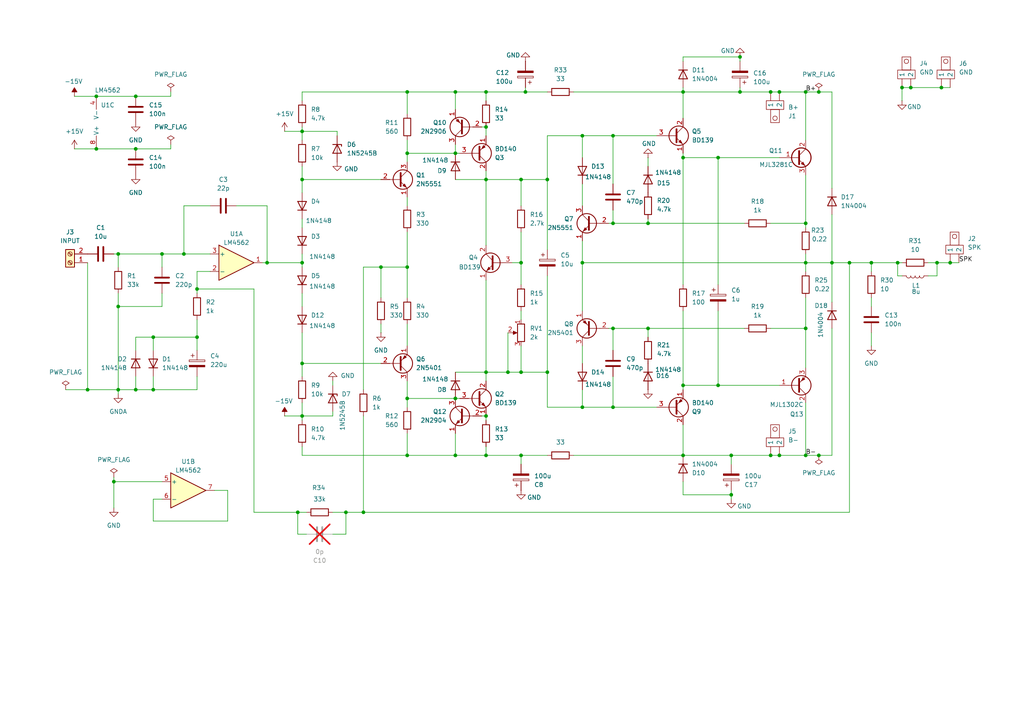
<source format=kicad_sch>
(kicad_sch (version 20250114) (generator "eeschema") (generator_version "9.0")
  (paper "A4")
  (junction (at 140.97 36.83))
  (junction (at 237.49 132.08))
  (junction (at 46.99 73.66))
  (junction (at 168.91 76.2))
  (junction (at 39.37 113.03))
  (junction (at 233.68 132.08))
  (junction (at 214.63 16.51))
  (junction (at 25.4 113.03))
  (junction (at 57.15 83.82))
  (junction (at 275.59 76.2))
  (junction (at 233.68 95.25))
  (junction (at 187.96 95.25))
  (junction (at 208.28 111.76))
  (junction (at 198.12 45.72))
  (junction (at 53.34 73.66))
  (junction (at 261.62 25.4))
  (junction (at 214.63 26.67))
  (junction (at 212.09 132.08))
  (junction (at 151.13 132.08))
  (junction (at 132.08 132.08))
  (junction (at 39.37 43.18))
  (junction (at 152.4 26.67))
  (junction (at 273.05 25.4))
  (junction (at 132.08 26.67))
  (junction (at 177.8 39.37))
  (junction (at 77.47 76.2))
  (junction (at 140.97 120.65))
  (junction (at 237.49 26.67))
  (junction (at 34.29 88.9))
  (junction (at 260.35 76.2))
  (junction (at 223.52 132.08))
  (junction (at 110.49 77.47))
  (junction (at 158.75 52.07))
  (junction (at 33.02 139.7))
  (junction (at 177.8 118.11))
  (junction (at 226.06 132.08))
  (junction (at 118.11 115.57))
  (junction (at 87.63 38.1))
  (junction (at 87.63 105.41))
  (junction (at 87.63 120.65))
  (junction (at 87.63 52.07))
  (junction (at 140.97 107.95))
  (junction (at 198.12 132.08))
  (junction (at 87.63 76.2))
  (junction (at 132.08 44.45))
  (junction (at 271.78 76.2))
  (junction (at 252.73 76.2))
  (junction (at 233.68 26.67))
  (junction (at 105.41 148.59))
  (junction (at 212.09 143.51))
  (junction (at 140.97 26.67))
  (junction (at 264.16 25.4))
  (junction (at 168.91 118.11))
  (junction (at 44.45 113.03))
  (junction (at 223.52 26.67))
  (junction (at 226.06 26.67))
  (junction (at 168.91 39.37))
  (junction (at 86.36 148.59))
  (junction (at 100.33 148.59))
  (junction (at 34.29 113.03))
  (junction (at 208.28 45.72))
  (junction (at 187.96 64.77))
  (junction (at 177.8 95.25))
  (junction (at 241.3 76.2))
  (junction (at 147.32 107.95))
  (junction (at 140.97 132.08))
  (junction (at 151.13 52.07))
  (junction (at 44.45 97.79))
  (junction (at 39.37 27.94))
  (junction (at 151.13 76.2))
  (junction (at 246.38 76.2))
  (junction (at 27.94 27.94))
  (junction (at 57.15 97.79))
  (junction (at 27.94 43.18))
  (junction (at 151.13 107.95))
  (junction (at 177.8 64.77))
  (junction (at 118.11 44.45))
  (junction (at 158.75 107.95))
  (junction (at 132.08 115.57))
  (junction (at 118.11 77.47))
  (junction (at 140.97 52.07))
  (junction (at 198.12 26.67))
  (junction (at 233.68 64.77))
  (junction (at 34.29 73.66))
  (junction (at 118.11 132.08))
  (junction (at 198.12 111.76))
  (junction (at 233.68 76.2))
  (junction (at 118.11 26.67))
  (wire (pts (xy 34.29 88.9) (xy 34.29 113.03)))
  (wire (pts (xy 118.11 57.15) (xy 118.11 59.69)))
  (wire (pts (xy 252.73 86.36) (xy 252.73 88.9)))
  (wire (pts (xy 73.66 83.82) (xy 73.66 148.59)))
  (wire (pts (xy 233.68 86.36) (xy 233.68 95.25)))
  (wire (pts (xy 187.96 95.25) (xy 187.96 97.79)))
  (wire (pts (xy 198.12 139.7) (xy 198.12 143.51)))
  (wire (pts (xy 177.8 95.25) (xy 187.96 95.25)))
  (wire (pts (xy 39.37 43.18) (xy 49.53 43.18)))
  (wire (pts (xy 158.75 107.95) (xy 158.75 118.11)))
  (wire (pts (xy 208.28 45.72) (xy 208.28 82.55)))
  (wire (pts (xy 87.63 26.67) (xy 118.11 26.67)))
  (wire (pts (xy 151.13 92.71) (xy 151.13 90.17)))
  (wire (pts (xy 198.12 90.17) (xy 198.12 111.76)))
  (wire (pts (xy 233.68 64.77) (xy 233.68 66.04)))
  (wire (pts (xy 132.08 107.95) (xy 140.97 107.95)))
  (wire (pts (xy 198.12 143.51) (xy 212.09 143.51)))
  (wire (pts (xy 118.11 44.45) (xy 118.11 46.99)))
  (wire (pts (xy 269.24 76.2) (xy 271.78 76.2)))
  (wire (pts (xy 252.73 76.2) (xy 260.35 76.2)))
  (wire (pts (xy 57.15 92.71) (xy 57.15 97.79)))
  (wire (pts (xy 96.52 154.94) (xy 100.33 154.94)))
  (wire (pts (xy 49.53 41.91) (xy 49.53 43.18)))
  (wire (pts (xy 176.53 64.77) (xy 177.8 64.77)))
  (wire (pts (xy 140.97 132.08) (xy 151.13 132.08)))
  (wire (pts (xy 87.63 26.67) (xy 87.63 29.21)))
  (wire (pts (xy 226.06 26.67) (xy 233.68 26.67)))
  (wire (pts (xy 212.09 143.51) (xy 212.09 142.24)))
  (wire (pts (xy 46.99 85.09) (xy 46.99 88.9)))
  (wire (pts (xy 140.97 26.67) (xy 140.97 29.21)))
  (wire (pts (xy 68.58 59.69) (xy 77.47 59.69)))
  (wire (pts (xy 233.68 50.8) (xy 233.68 64.77)))
  (wire (pts (xy 147.32 107.95) (xy 151.13 107.95)))
  (wire (pts (xy 187.96 45.72) (xy 187.96 48.26)))
  (wire (pts (xy 118.11 125.73) (xy 118.11 132.08)))
  (wire (pts (xy 88.9 154.94) (xy 86.36 154.94)))
  (wire (pts (xy 198.12 111.76) (xy 208.28 111.76)))
  (wire (pts (xy 198.12 16.51) (xy 198.12 17.78)))
  (wire (pts (xy 33.02 139.7) (xy 33.02 147.32)))
  (wire (pts (xy 176.53 95.25) (xy 177.8 95.25)))
  (wire (pts (xy 60.96 78.74) (xy 57.15 78.74)))
  (wire (pts (xy 177.8 95.25) (xy 177.8 101.6)))
  (wire (pts (xy 132.08 115.57) (xy 133.35 115.57)))
  (wire (pts (xy 87.63 52.07) (xy 110.49 52.07)))
  (wire (pts (xy 152.4 26.67) (xy 158.75 26.67)))
  (wire (pts (xy 105.41 77.47) (xy 110.49 77.47)))
  (wire (pts (xy 77.47 76.2) (xy 87.63 76.2)))
  (wire (pts (xy 33.02 139.7) (xy 46.99 139.7)))
  (wire (pts (xy 187.96 95.25) (xy 215.9 95.25)))
  (wire (pts (xy 140.97 107.95) (xy 147.32 107.95)))
  (wire (pts (xy 86.36 148.59) (xy 86.36 154.94)))
  (wire (pts (xy 168.91 100.33) (xy 168.91 105.41)))
  (wire (pts (xy 198.12 16.51) (xy 214.63 16.51)))
  (wire (pts (xy 57.15 83.82) (xy 57.15 85.09)))
  (wire (pts (xy 140.97 26.67) (xy 152.4 26.67)))
  (wire (pts (xy 177.8 60.96) (xy 177.8 64.77)))
  (wire (pts (xy 96.52 148.59) (xy 100.33 148.59)))
  (wire (pts (xy 87.63 36.83) (xy 87.63 38.1)))
  (wire (pts (xy 34.29 88.9) (xy 46.99 88.9)))
  (wire (pts (xy 62.23 142.24) (xy 66.04 142.24)))
  (wire (pts (xy 77.47 59.69) (xy 77.47 76.2)))
  (wire (pts (xy 87.63 63.5) (xy 87.63 66.04)))
  (wire (pts (xy 105.41 113.03) (xy 105.41 77.47)))
  (wire (pts (xy 158.75 80.01) (xy 158.75 107.95)))
  (wire (pts (xy 25.4 113.03) (xy 34.29 113.03)))
  (wire (pts (xy 168.91 39.37) (xy 168.91 45.72)))
  (wire (pts (xy 39.37 109.22) (xy 39.37 113.03)))
  (wire (pts (xy 212.09 134.62) (xy 212.09 132.08)))
  (wire (pts (xy 82.55 120.65) (xy 87.63 120.65)))
  (wire (pts (xy 87.63 105.41) (xy 87.63 109.22)))
  (wire (pts (xy 27.94 43.18) (xy 39.37 43.18)))
  (wire (pts (xy 57.15 97.79) (xy 57.15 101.6)))
  (wire (pts (xy 166.37 26.67) (xy 198.12 26.67)))
  (wire (pts (xy 44.45 151.13) (xy 44.45 144.78)))
  (wire (pts (xy 151.13 100.33) (xy 151.13 107.95)))
  (wire (pts (xy 187.96 63.5) (xy 187.96 64.77)))
  (wire (pts (xy 198.12 45.72) (xy 208.28 45.72)))
  (wire (pts (xy 223.52 64.77) (xy 233.68 64.77)))
  (wire (pts (xy 261.62 29.21) (xy 261.62 25.4)))
  (wire (pts (xy 246.38 148.59) (xy 246.38 76.2)))
  (wire (pts (xy 132.08 52.07) (xy 140.97 52.07)))
  (wire (pts (xy 198.12 123.19) (xy 198.12 132.08)))
  (wire (pts (xy 87.63 38.1) (xy 97.79 38.1)))
  (wire (pts (xy 151.13 52.07) (xy 158.75 52.07)))
  (wire (pts (xy 25.4 76.2) (xy 25.4 113.03)))
  (wire (pts (xy 73.66 148.59) (xy 86.36 148.59)))
  (wire (pts (xy 246.38 76.2) (xy 252.73 76.2)))
  (wire (pts (xy 241.3 26.67) (xy 241.3 54.61)))
  (wire (pts (xy 39.37 27.94) (xy 49.53 27.94)))
  (wire (pts (xy 177.8 118.11) (xy 190.5 118.11)))
  (wire (pts (xy 100.33 148.59) (xy 105.41 148.59)))
  (wire (pts (xy 87.63 116.84) (xy 87.63 120.65)))
  (wire (pts (xy 39.37 113.03) (xy 44.45 113.03)))
  (wire (pts (xy 241.3 95.25) (xy 241.3 132.08)))
  (wire (pts (xy 212.09 132.08) (xy 223.52 132.08)))
  (wire (pts (xy 264.16 25.4) (xy 273.05 25.4)))
  (wire (pts (xy 118.11 26.67) (xy 118.11 33.02)))
  (wire (pts (xy 53.34 59.69) (xy 53.34 73.66)))
  (wire (pts (xy 198.12 26.67) (xy 214.63 26.67)))
  (wire (pts (xy 60.96 73.66) (xy 53.34 73.66)))
  (wire (pts (xy 87.63 132.08) (xy 118.11 132.08)))
  (wire (pts (xy 100.33 148.59) (xy 100.33 154.94)))
  (wire (pts (xy 87.63 85.09) (xy 87.63 88.9)))
  (wire (pts (xy 118.11 115.57) (xy 118.11 118.11)))
  (wire (pts (xy 198.12 26.67) (xy 198.12 34.29)))
  (wire (pts (xy 34.29 73.66) (xy 46.99 73.66)))
  (wire (pts (xy 44.45 109.22) (xy 44.45 113.03)))
  (wire (pts (xy 46.99 73.66) (xy 46.99 77.47)))
  (wire (pts (xy 87.63 76.2) (xy 87.63 77.47)))
  (wire (pts (xy 44.45 113.03) (xy 57.15 113.03)))
  (wire (pts (xy 57.15 78.74) (xy 57.15 83.82)))
  (wire (pts (xy 233.68 26.67) (xy 237.49 26.67)))
  (wire (pts (xy 140.97 120.65) (xy 140.97 121.92)))
  (wire (pts (xy 233.68 76.2) (xy 233.68 78.74)))
  (wire (pts (xy 66.04 151.13) (xy 44.45 151.13)))
  (wire (pts (xy 241.3 76.2) (xy 246.38 76.2)))
  (wire (pts (xy 233.68 76.2) (xy 168.91 76.2)))
  (wire (pts (xy 139.7 36.83) (xy 140.97 36.83)))
  (wire (pts (xy 110.49 93.98) (xy 110.49 96.52)))
  (wire (pts (xy 19.05 113.03) (xy 25.4 113.03)))
  (wire (pts (xy 118.11 115.57) (xy 132.08 115.57)))
  (wire (pts (xy 177.8 39.37) (xy 190.5 39.37)))
  (wire (pts (xy 49.53 27.94) (xy 49.53 26.67)))
  (wire (pts (xy 140.97 26.67) (xy 132.08 26.67)))
  (wire (pts (xy 273.05 25.4) (xy 275.59 25.4)))
  (wire (pts (xy 237.49 132.08) (xy 241.3 132.08)))
  (wire (pts (xy 140.97 81.28) (xy 140.97 107.95)))
  (wire (pts (xy 96.52 120.65) (xy 96.52 119.38)))
  (wire (pts (xy 168.91 39.37) (xy 177.8 39.37)))
  (wire (pts (xy 87.63 73.66) (xy 87.63 76.2)))
  (wire (pts (xy 260.35 76.2) (xy 261.62 76.2)))
  (wire (pts (xy 198.12 45.72) (xy 198.12 82.55)))
  (wire (pts (xy 39.37 101.6) (xy 39.37 97.79)))
  (wire (pts (xy 44.45 97.79) (xy 44.45 101.6)))
  (wire (pts (xy 237.49 26.67) (xy 241.3 26.67)))
  (wire (pts (xy 168.91 76.2) (xy 168.91 90.17)))
  (wire (pts (xy 198.12 132.08) (xy 212.09 132.08)))
  (wire (pts (xy 118.11 67.31) (xy 118.11 77.47)))
  (wire (pts (xy 21.59 27.94) (xy 27.94 27.94)))
  (wire (pts (xy 53.34 59.69) (xy 60.96 59.69)))
  (wire (pts (xy 271.78 76.2) (xy 271.78 80.01)))
  (wire (pts (xy 87.63 48.26) (xy 87.63 52.07)))
  (wire (pts (xy 177.8 64.77) (xy 187.96 64.77)))
  (wire (pts (xy 198.12 25.4) (xy 198.12 26.67)))
  (wire (pts (xy 275.59 76.2) (xy 278.13 76.2)))
  (wire (pts (xy 118.11 44.45) (xy 132.08 44.45)))
  (wire (pts (xy 198.12 45.72) (xy 198.12 44.45)))
  (wire (pts (xy 151.13 76.2) (xy 148.59 76.2)))
  (wire (pts (xy 105.41 120.65) (xy 105.41 148.59)))
  (wire (pts (xy 34.29 113.03) (xy 39.37 113.03)))
  (wire (pts (xy 87.63 105.41) (xy 110.49 105.41)))
  (wire (pts (xy 39.37 97.79) (xy 44.45 97.79)))
  (wire (pts (xy 118.11 93.98) (xy 118.11 100.33)))
  (wire (pts (xy 158.75 107.95) (xy 151.13 107.95)))
  (wire (pts (xy 140.97 52.07) (xy 151.13 52.07)))
  (wire (pts (xy 132.08 26.67) (xy 132.08 31.75)))
  (wire (pts (xy 214.63 25.4) (xy 214.63 26.67)))
  (wire (pts (xy 140.97 71.12) (xy 140.97 52.07)))
  (wire (pts (xy 271.78 80.01) (xy 269.24 80.01)))
  (wire (pts (xy 152.4 25.4) (xy 152.4 26.67)))
  (wire (pts (xy 86.36 148.59) (xy 88.9 148.59)))
  (wire (pts (xy 208.28 111.76) (xy 226.06 111.76)))
  (wire (pts (xy 132.08 41.91) (xy 132.08 44.45)))
  (wire (pts (xy 214.63 26.67) (xy 223.52 26.67)))
  (wire (pts (xy 82.55 38.1) (xy 87.63 38.1)))
  (wire (pts (xy 140.97 49.53) (xy 140.97 52.07)))
  (wire (pts (xy 46.99 73.66) (xy 53.34 73.66)))
  (wire (pts (xy 140.97 107.95) (xy 140.97 110.49)))
  (wire (pts (xy 140.97 129.54) (xy 140.97 132.08)))
  (wire (pts (xy 158.75 52.07) (xy 158.75 39.37)))
  (wire (pts (xy 223.52 95.25) (xy 233.68 95.25)))
  (wire (pts (xy 208.28 45.72) (xy 226.06 45.72)))
  (wire (pts (xy 34.29 73.66) (xy 34.29 77.47)))
  (wire (pts (xy 118.11 77.47) (xy 118.11 86.36)))
  (wire (pts (xy 158.75 52.07) (xy 158.75 72.39)))
  (wire (pts (xy 158.75 39.37) (xy 168.91 39.37)))
  (wire (pts (xy 187.96 64.77) (xy 215.9 64.77)))
  (wire (pts (xy 44.45 97.79) (xy 57.15 97.79)))
  (wire (pts (xy 233.68 73.66) (xy 233.68 76.2)))
  (wire (pts (xy 151.13 134.62) (xy 151.13 132.08)))
  (wire (pts (xy 177.8 39.37) (xy 177.8 53.34)))
  (wire (pts (xy 168.91 69.85) (xy 168.91 76.2)))
  (wire (pts (xy 44.45 144.78) (xy 46.99 144.78)))
  (wire (pts (xy 158.75 132.08) (xy 151.13 132.08)))
  (wire (pts (xy 33.02 73.66) (xy 34.29 73.66)))
  (wire (pts (xy 140.97 36.83) (xy 140.97 39.37)))
  (wire (pts (xy 57.15 83.82) (xy 73.66 83.82)))
  (wire (pts (xy 87.63 120.65) (xy 96.52 120.65)))
  (wire (pts (xy 87.63 38.1) (xy 87.63 40.64)))
  (wire (pts (xy 21.59 43.18) (xy 27.94 43.18)))
  (wire (pts (xy 87.63 129.54) (xy 87.63 132.08)))
  (wire (pts (xy 198.12 111.76) (xy 198.12 113.03)))
  (wire (pts (xy 261.62 80.01) (xy 260.35 80.01)))
  (wire (pts (xy 166.37 132.08) (xy 198.12 132.08)))
  (wire (pts (xy 223.52 132.08) (xy 226.06 132.08)))
  (wire (pts (xy 233.68 26.67) (xy 233.68 40.64)))
  (wire (pts (xy 223.52 26.67) (xy 226.06 26.67)))
  (wire (pts (xy 77.47 76.2) (xy 76.2 76.2)))
  (wire (pts (xy 214.63 16.51) (xy 214.63 17.78)))
  (wire (pts (xy 132.08 125.73) (xy 132.08 132.08)))
  (wire (pts (xy 33.02 138.43) (xy 33.02 139.7)))
  (wire (pts (xy 87.63 96.52) (xy 87.63 105.41)))
  (wire (pts (xy 233.68 132.08) (xy 237.49 132.08)))
  (wire (pts (xy 260.35 76.2) (xy 260.35 80.01)))
  (wire (pts (xy 97.79 38.1) (xy 97.79 39.37)))
  (wire (pts (xy 212.09 143.51) (xy 212.09 144.78)))
  (wire (pts (xy 118.11 40.64) (xy 118.11 44.45)))
  (wire (pts (xy 118.11 132.08) (xy 132.08 132.08)))
  (wire (pts (xy 241.3 87.63) (xy 241.3 76.2)))
  (wire (pts (xy 57.15 109.22) (xy 57.15 113.03)))
  (wire (pts (xy 66.04 142.24) (xy 66.04 151.13)))
  (wire (pts (xy 34.29 85.09) (xy 34.29 88.9)))
  (wire (pts (xy 151.13 67.31) (xy 151.13 76.2)))
  (wire (pts (xy 110.49 77.47) (xy 118.11 77.47)))
  (wire (pts (xy 87.63 52.07) (xy 87.63 55.88)))
  (wire (pts (xy 168.91 53.34) (xy 168.91 59.69)))
  (wire (pts (xy 87.63 120.65) (xy 87.63 121.92)))
  (wire (pts (xy 168.91 113.03) (xy 168.91 118.11)))
  (wire (pts (xy 27.94 27.94) (xy 39.37 27.94)))
  (wire (pts (xy 151.13 52.07) (xy 151.13 59.69)))
  (wire (pts (xy 233.68 116.84) (xy 233.68 132.08)))
  (wire (pts (xy 261.62 25.4) (xy 264.16 25.4)))
  (wire (pts (xy 208.28 90.17) (xy 208.28 111.76)))
  (wire (pts (xy 252.73 96.52) (xy 252.73 100.33)))
  (wire (pts (xy 110.49 86.36) (xy 110.49 77.47)))
  (wire (pts (xy 233.68 95.25) (xy 233.68 106.68)))
  (wire (pts (xy 34.29 113.03) (xy 34.29 114.3)))
  (wire (pts (xy 177.8 109.22) (xy 177.8 118.11)))
  (wire (pts (xy 168.91 118.11) (xy 177.8 118.11)))
  (wire (pts (xy 118.11 110.49) (xy 118.11 115.57)))
  (wire (pts (xy 105.41 148.59) (xy 246.38 148.59)))
  (wire (pts (xy 252.73 76.2) (xy 252.73 78.74)))
  (wire (pts (xy 132.08 132.08) (xy 140.97 132.08)))
  (wire (pts (xy 147.32 96.52) (xy 147.32 107.95)))
  (wire (pts (xy 96.52 110.49) (xy 96.52 111.76)))
  (wire (pts (xy 132.08 26.67) (xy 118.11 26.67)))
  (wire (pts (xy 139.7 120.65) (xy 140.97 120.65)))
  (wire (pts (xy 226.06 132.08) (xy 233.68 132.08)))
  (wire (pts (xy 151.13 82.55) (xy 151.13 76.2)))
  (wire (pts (xy 132.08 44.45) (xy 133.35 44.45)))
  (wire (pts (xy 241.3 62.23) (xy 241.3 76.2)))
  (wire (pts (xy 158.75 118.11) (xy 168.91 118.11)))
  (wire (pts (xy 271.78 76.2) (xy 275.59 76.2)))
  (wire (pts (xy 233.68 76.2) (xy 241.3 76.2)))
  (label "B-" (at 233.68 132.08 0))
  (label "B+" (at 233.68 26.67 0))
  (label "SPK" (at 278.13 76.2 0))
  (symbol (lib_id "Device:C") (at 252.73 92.71 180) (unit 1)
    (property "Reference" "C13" (at 256.54 91.4399 0) (effects (justify right)))
    (property "Value" "100n" (at 256.54 93.9799 0) (effects (justify right)))
    (property "Footprint" "Capacitor_THT:C_Rect_L7.2mm_W3.0mm_P5.00mm_FKS2_FKP2_MKS2_MKP2" (effects (hide yes)))
    (property "Description" "Unpolarized capacitor" (effects (hide yes)))
  )
  (symbol (lib_id "power:+15V") (at 82.55 38.1 0) (unit 1)
    (property "Reference" "#PWR08" (effects (hide yes)))
    (property "Value" "+15V" (at 82.55 33.02 0))
    (property "Description" "Power symbol creates a global label with name \"+15V\"" (effects (hide yes)))
  )
  (symbol (lib_id "Diode:1N4148") (at 87.63 92.71 90) (unit 1)
    (property "Reference" "D12" (at 90.17 91.4399 90) (effects (justify right)))
    (property "Value" "1N4148" (at 89.662 94.488 90) (effects (justify right)))
    (property "Footprint" "Diode_THT:D_DO-35_SOD27_P7.62mm_Horizontal" (effects (hide yes)))
    (property "Datasheet" "https://assets.nexperia.com/documents/data-sheet/1N4148_1N4448.pdf" (effects (hide yes)))
    (property "Description" "100V 0.15A standard switching diode, DO-35" (effects (hide yes)))
    (property "Sim.Device" "D" (effects (hide yes)))
    (property "Sim.Pins" "1=K 2=A" (effects (hide yes)))
  )
  (symbol (lib_id "power:GND") (at 212.09 144.78 0) (unit 1)
    (property "Reference" "#PWR015" (effects (hide yes)))
    (property "Value" "GND" (at 215.9 146.812 0))
    (property "Description" "Power symbol creates a global label with name \"GND\" , ground" (effects (hide yes)))
  )
  (symbol (lib_id "power:GND") (at 187.96 113.03 0) (unit 1)
    (property "Reference" "#PWR017" (effects (hide yes)))
    (property "Value" "GND" (effects (hide yes)))
    (property "Description" "Power symbol creates a global label with name \"GND\" , ground" (effects (hide yes)))
  )
  (symbol (lib_id "Device:R") (at 187.96 59.69 180) (unit 1)
    (property "Reference" "R20" (at 190.5 58.1659 0) (effects (justify right)))
    (property "Value" "4.7k" (at 190.5 60.7059 0) (effects (justify right)))
    (property "Footprint" "Resistor_THT:R_Axial_DIN0204_L3.6mm_D1.6mm_P7.62mm_Horizontal" (effects (hide yes)))
    (property "Description" "Resistor" (effects (hide yes)))
  )
  (symbol (lib_id "Transistor_BJT:2N3904") (at 134.62 120.65 0) (mirror y) (unit 1)
    (property "Reference" "Q12" (at 129.54 119.3799 0) (effects (justify left)))
    (property "Value" "2N2904" (at 129.54 121.9199 0) (effects (justify left)))
    (property "Footprint" "Package_TO_SOT_THT:TO-92_HandSolder" (effects (hide yes)))
    (property "Datasheet" "https://www.onsemi.com/pub/Collateral/2N3903-D.PDF" (effects (hide yes)))
    (property "Description" "0.2A Ic, 40V Vce, Small Signal NPN Transistor, TO-92" (effects (hide yes)))
  )
  (symbol (lib_id "Diode:1N4148") (at 44.45 105.41 90) (unit 1)
    (property "Reference" "D1" (at 46.99 104.1399 90) (effects (justify right)))
    (property "Value" "1N4148" (at 46.99 106.6799 90) (effects (justify right)))
    (property "Footprint" "Diode_THT:D_DO-35_SOD27_P7.62mm_Horizontal" (effects (hide yes)))
    (property "Datasheet" "https://assets.nexperia.com/documents/data-sheet/1N4148_1N4448.pdf" (effects (hide yes)))
    (property "Description" "100V 0.15A standard switching diode, DO-35" (effects (hide yes)))
    (property "Sim.Device" "D" (effects (hide yes)))
    (property "Sim.Pins" "1=K 2=A" (effects (hide yes)))
  )
  (symbol (lib_id "Device:C") (at 39.37 46.99 180) (unit 1)
    (property "Reference" "C14" (at 43.18 45.7199 0) (effects (justify right)))
    (property "Value" "100n" (at 43.18 48.2599 0) (effects (justify right)))
    (property "Footprint" "Capacitor_THT:C_Rect_L7.2mm_W3.0mm_P5.00mm_FKS2_FKP2_MKS2_MKP2" (effects (hide yes)))
    (property "Description" "Unpolarized capacitor" (effects (hide yes)))
  )
  (symbol (lib_id "power:GND") (at 187.96 45.72 180) (unit 1)
    (property "Reference" "#PWR018" (effects (hide yes)))
    (property "Value" "GND" (at 188.214 41.656 0))
    (property "Description" "Power symbol creates a global label with name \"GND\" , ground" (effects (hide yes)))
  )
  (symbol (lib_id "power:-15V") (at 21.59 27.94 0) (unit 1)
    (property "Reference" "#PWR010" (effects (hide yes)))
    (property "Value" "-15V" (at 21.336 23.622 0))
    (property "Description" "Power symbol creates a global label with name \"-15V\"" (effects (hide yes)))
  )
  (symbol (lib_id "Diode:1N4148") (at 87.63 69.85 90) (unit 1)
    (property "Reference" "D3" (at 90.17 68.5799 90) (effects (justify right)))
    (property "Value" "1N4148" (at 89.662 74.422 90) (effects (justify right)))
    (property "Footprint" "Diode_THT:D_DO-35_SOD27_P7.62mm_Horizontal" (effects (hide yes)))
    (property "Datasheet" "https://assets.nexperia.com/documents/data-sheet/1N4148_1N4448.pdf" (effects (hide yes)))
    (property "Description" "100V 0.15A standard switching diode, DO-35" (effects (hide yes)))
    (property "Sim.Device" "D" (effects (hide yes)))
    (property "Sim.Pins" "1=K 2=A" (effects (hide yes)))
  )
  (symbol (lib_id "Device:C") (at 177.8 57.15 180) (unit 1)
    (property "Reference" "C7" (at 181.61 55.8799 0) (effects (justify right)))
    (property "Value" "470p" (at 181.61 58.4199 0) (effects (justify right)))
    (property "Footprint" "Capacitor_THT:C_Rect_L7.2mm_W3.0mm_P5.00mm_FKS2_FKP2_MKS2_MKP2" (effects (hide yes)))
    (property "Description" "Unpolarized capacitor" (effects (hide yes)))
  )
  (symbol (lib_id "power:-15V") (at 82.55 120.65 0) (unit 1)
    (property "Reference" "#PWR07" (effects (hide yes)))
    (property "Value" "-15V" (at 82.296 116.332 0))
    (property "Description" "Power symbol creates a global label with name \"-15V\"" (effects (hide yes)))
  )
  (symbol (lib_id "power:PWR_FLAG") (at 19.05 113.03 0) (unit 1)
    (property "Reference" "#FLG06" (effects (hide yes)))
    (property "Value" "PWR_FLAG" (at 19.05 107.95 0))
    (property "Description" "Special symbol for telling ERC where power comes from" (effects (hide yes)))
  )
  (symbol (lib_id "Device:C") (at 39.37 31.75 180) (unit 1)
    (property "Reference" "C15" (at 43.18 30.4799 0) (effects (justify right)))
    (property "Value" "100n" (at 43.18 33.0199 0) (effects (justify right)))
    (property "Footprint" "Capacitor_THT:C_Rect_L7.2mm_W3.0mm_P5.00mm_FKS2_FKP2_MKS2_MKP2" (effects (hide yes)))
    (property "Description" "Unpolarized capacitor" (effects (hide yes)))
  )
  (symbol (lib_id "Device:R") (at 265.43 76.2 270) (unit 1)
    (property "Reference" "R31" (at 265.43 69.85 90))
    (property "Value" "10" (at 265.43 72.39 90))
    (property "Footprint" "Resistor_THT:R_Axial_DIN0411_L9.9mm_D3.6mm_P15.24mm_Horizontal" (effects (hide yes)))
    (property "Description" "Resistor" (effects (hide yes)))
  )
  (symbol (lib_id "Device:R") (at 151.13 63.5 0) (unit 1)
    (property "Reference" "R16" (at 153.67 62.2299 0) (effects (justify left)))
    (property "Value" "2.7k" (at 153.67 64.7699 0) (effects (justify left)))
    (property "Footprint" "Resistor_THT:R_Axial_DIN0204_L3.6mm_D1.6mm_P7.62mm_Horizontal" (effects (hide yes)))
    (property "Description" "Resistor" (effects (hide yes)))
  )
  (symbol (lib_id "Device:R") (at 252.73 82.55 180) (unit 1)
    (property "Reference" "R30" (at 255.27 81.2799 0) (effects (justify right)))
    (property "Value" "10" (at 255.27 83.8199 0) (effects (justify right)))
    (property "Footprint" "Resistor_THT:R_Axial_DIN0411_L9.9mm_D3.6mm_P15.24mm_Horizontal" (effects (hide yes)))
    (property "Description" "Resistor" (effects (hide yes)))
  )
  (symbol (lib_id "Device:C") (at 46.99 81.28 0) (unit 1)
    (property "Reference" "C2" (at 50.8 80.0099 0) (effects (justify left)))
    (property "Value" "220p" (at 50.8 82.5499 0) (effects (justify left)))
    (property "Footprint" "Capacitor_THT:C_Rect_L7.2mm_W3.0mm_P5.00mm_FKS2_FKP2_MKS2_MKP2" (effects (hide yes)))
    (property "Description" "Unpolarized capacitor" (effects (hide yes)))
  )
  (symbol (lib_id "power:GND") (at 33.02 147.32 0) (unit 1)
    (property "Reference" "#PWR019" (effects (hide yes)))
    (property "Value" "GND" (at 33.02 152.4 0))
    (property "Description" "Power symbol creates a global label with name \"GND\" , ground" (effects (hide yes)))
  )
  (symbol (lib_id "Device:R") (at 87.63 125.73 0) (unit 1)
    (property "Reference" "R10" (at 90.17 124.4599 0) (effects (justify left)))
    (property "Value" "4.7k" (at 90.17 126.9999 0) (effects (justify left)))
    (property "Footprint" "Resistor_THT:R_Axial_DIN0204_L3.6mm_D1.6mm_P7.62mm_Horizontal" (effects (hide yes)))
    (property "Description" "Resistor" (effects (hide yes)))
  )
  (symbol (lib_id "power:PWR_FLAG") (at 49.53 26.67 0) (unit 1)
    (property "Reference" "#FLG04" (effects (hide yes)))
    (property "Value" "PWR_FLAG" (at 49.53 21.59 0))
    (property "Description" "Special symbol for telling ERC where power comes from" (effects (hide yes)))
  )
  (symbol (lib_id "Device:C") (at 64.77 59.69 90) (unit 1)
    (property "Reference" "C3" (at 64.77 52.07 90))
    (property "Value" "22p" (at 64.77 54.61 90))
    (property "Footprint" "Capacitor_THT:C_Rect_L7.2mm_W3.0mm_P5.00mm_FKS2_FKP2_MKS2_MKP2" (effects (hide yes)))
    (property "Description" "Unpolarized capacitor" (effects (hide yes)))
  )
  (symbol (lib_id "Amplifier_Operational:NE5532") (at 30.48 35.56 0) (mirror x) (unit 3)
    (property "Reference" "U1" (at 31.242 30.48 0))
    (property "Value" "LM4562" (at 31.242 26.162 0))
    (property "Footprint" "Package_DIP:DIP-8_W7.62mm" (effects (hide yes)))
    (property "Datasheet" "http://www.ti.com/lit/ds/symlink/ne5532.pdf" (effects (hide yes)))
    (property "Description" "Dual Low-Noise Operational Amplifiers, DIP-8/SOIC-8" (effects (hide yes)))
  )
  (symbol (lib_id "Diode:1N4004") (at 198.12 21.59 270) (unit 1)
    (property "Reference" "D11" (at 200.66 20.3199 90) (effects (justify left)))
    (property "Value" "1N4004" (at 200.66 22.8599 90) (effects (justify left)))
    (property "Footprint" "Diode_THT:D_DO-41_SOD81_P10.16mm_Horizontal" (effects (hide yes)))
    (property "Datasheet" "http://www.vishay.com/docs/88503/1n4001.pdf" (effects (hide yes)))
    (property "Description" "400V 1A General Purpose Rectifier Diode, DO-41" (effects (hide yes)))
    (property "Sim.Device" "D" (effects (hide yes)))
    (property "Sim.Pins" "1=K 2=A" (effects (hide yes)))
  )
  (symbol (lib_id "Transistor_BJT:2N3906") (at 171.45 95.25 180) (unit 1)
    (property "Reference" "Q8" (at 166.37 93.9799 0) (effects (justify left)))
    (property "Value" "2N5401" (at 166.37 96.5199 0) (effects (justify left)))
    (property "Footprint" "Package_TO_SOT_THT:TO-92_HandSolder" (effects (hide yes)))
    (property "Datasheet" "https://www.onsemi.com/pub/Collateral/2N3906-D.PDF" (effects (hide yes)))
    (property "Description" "-0.2A Ic, -40V Vce, Small Signal PNP Transistor, TO-92" (effects (hide yes)))
  )
  (symbol (lib_id "Device:R") (at 118.11 63.5 0) (unit 1)
    (property "Reference" "R3" (at 120.65 62.2299 0) (effects (justify left)))
    (property "Value" "330" (at 120.65 64.7699 0) (effects (justify left)))
    (property "Footprint" "Resistor_THT:R_Axial_DIN0204_L3.6mm_D1.6mm_P7.62mm_Horizontal" (effects (hide yes)))
    (property "Description" "Resistor" (effects (hide yes)))
  )
  (symbol (lib_id "Device:R") (at 140.97 33.02 0) (unit 1)
    (property "Reference" "R14" (at 143.51 31.7499 0) (effects (justify left)))
    (property "Value" "33" (at 143.51 34.2899 0) (effects (justify left)))
    (property "Footprint" "Resistor_THT:R_Axial_DIN0204_L3.6mm_D1.6mm_P7.62mm_Horizontal" (effects (hide yes)))
    (property "Description" "Resistor" (effects (hide yes)))
  )
  (symbol (lib_id "Diode:1N4004") (at 241.3 58.42 270) (unit 1)
    (property "Reference" "D17" (at 243.84 57.1499 90) (effects (justify left)))
    (property "Value" "1N4004" (at 243.84 59.6899 90) (effects (justify left)))
    (property "Footprint" "Diode_THT:D_DO-41_SOD81_P10.16mm_Horizontal" (effects (hide yes)))
    (property "Datasheet" "http://www.vishay.com/docs/88503/1n4001.pdf" (effects (hide yes)))
    (property "Description" "400V 1A General Purpose Rectifier Diode, DO-41" (effects (hide yes)))
    (property "Sim.Device" "D" (effects (hide yes)))
    (property "Sim.Pins" "1=K 2=A" (effects (hide yes)))
  )
  (symbol (lib_id "Amplifier_Operational:NE5532") (at 54.61 142.24 0) (unit 2)
    (property "Reference" "U1" (at 54.61 133.858 0))
    (property "Value" "LM4562" (at 54.61 136.398 0))
    (property "Footprint" "Package_DIP:DIP-8_W7.62mm" (effects (hide yes)))
    (property "Datasheet" "http://www.ti.com/lit/ds/symlink/ne5532.pdf" (effects (hide yes)))
    (property "Description" "Dual Low-Noise Operational Amplifiers, DIP-8/SOIC-8" (effects (hide yes)))
  )
  (symbol (lib_id "power:GND") (at 39.37 50.8 0) (unit 1)
    (property "Reference" "#PWR012" (effects (hide yes)))
    (property "Value" "GND" (at 39.37 55.88 0))
    (property "Description" "Power symbol creates a global label with name \"GND\" , ground" (effects (hide yes)))
  )
  (symbol (lib_id "power:GND") (at 151.13 142.24 0) (unit 1)
    (property "Reference" "#PWR04" (effects (hide yes)))
    (property "Value" "GND" (at 154.94 144.272 0))
    (property "Description" "Power symbol creates a global label with name \"GND\" , ground" (effects (hide yes)))
  )
  (symbol (lib_id "Device:R") (at 92.71 148.59 90) (unit 1)
    (property "Reference" "R34" (at 92.456 141.478 90))
    (property "Value" "33k" (at 92.71 144.78 90))
    (property "Footprint" "Resistor_THT:R_Axial_DIN0204_L3.6mm_D1.6mm_P7.62mm_Horizontal" (effects (hide yes)))
    (property "Description" "Resistor" (effects (hide yes)))
  )
  (symbol (lib_id "Device:C_Polarized") (at 152.4 21.59 180) (unit 1)
    (property "Reference" "C12" (at 143.764 21.082 0) (effects (justify right)))
    (property "Value" "100u" (at 143.764 23.622 0) (effects (justify right)))
    (property "Footprint" "Capacitor_THT:CP_Radial_D8.0mm_P5.00mm" (effects (hide yes)))
    (property "Description" "Polarized capacitor" (effects (hide yes)))
  )
  (symbol (lib_id "power:GND") (at 261.62 29.21 0) (unit 1)
    (property "Reference" "#PWR016" (effects (hide yes)))
    (property "Value" "GND" (at 265.176 30.988 0))
    (property "Description" "Power symbol creates a global label with name \"GND\" , ground" (effects (hide yes)))
  )
  (symbol (lib_id "Diode:1N4148") (at 187.96 52.07 90) (mirror x) (unit 1)
    (property "Reference" "D15" (at 190.5 53.0861 90) (effects (justify right)))
    (property "Value" "1N4148" (at 189.992 50.038 90) (effects (justify right)))
    (property "Footprint" "Diode_THT:D_DO-35_SOD27_P7.62mm_Horizontal" (effects (hide yes)))
    (property "Datasheet" "https://assets.nexperia.com/documents/data-sheet/1N4148_1N4448.pdf" (effects (hide yes)))
    (property "Description" "100V 0.15A standard switching diode, DO-35" (effects (hide yes)))
    (property "Sim.Device" "D" (effects (hide yes)))
    (property "Sim.Pins" "1=K 2=A" (effects (hide yes)))
  )
  (symbol (lib_id "Diode:1N4148") (at 87.63 59.69 90) (unit 1)
    (property "Reference" "D4" (at 90.17 58.4199 90) (effects (justify right)))
    (property "Value" "1N4148" (at 88.646 64.008 90) (effects (justify right)))
    (property "Footprint" "Diode_THT:D_DO-35_SOD27_P7.62mm_Horizontal" (effects (hide yes)))
    (property "Datasheet" "https://assets.nexperia.com/documents/data-sheet/1N4148_1N4448.pdf" (effects (hide yes)))
    (property "Description" "100V 0.15A standard switching diode, DO-35" (effects (hide yes)))
    (property "Sim.Device" "D" (effects (hide yes)))
    (property "Sim.Pins" "1=K 2=A" (effects (hide yes)))
  )
  (symbol (lib_id "Device:C") (at 29.21 73.66 90) (unit 1)
    (property "Reference" "C1" (at 29.21 66.04 90))
    (property "Value" "10u" (at 29.21 68.58 90))
    (property "Footprint" "Capacitor_THT:CP_Radial_D4.0mm_P2.00mm" (effects (hide yes)))
    (property "Description" "Unpolarized capacitor" (effects (hide yes)))
  )
  (symbol (lib_id "Custom:Spade_Connector") (at 260.35 20.32 90) (unit 1)
    (property "Reference" "J4" (at 266.7 18.4149 90) (effects (justify right)))
    (property "Value" "GND" (at 266.7 20.9549 90) (effects (justify right)))
    (property "Footprint" "Custom:Spade Connector" (effects (hide yes)))
  )
  (symbol (lib_id "Device:C_Polarized") (at 208.28 86.36 0) (unit 1)
    (property "Reference" "C6" (at 212.09 84.2009 0) (effects (justify left)))
    (property "Value" "1u" (at 212.09 86.7409 0) (effects (justify left)))
    (property "Footprint" "Capacitor_THT:CP_Radial_D4.0mm_P2.00mm" (effects (hide yes)))
    (property "Description" "Polarized capacitor" (effects (hide yes)))
  )
  (symbol (lib_id "Device:R") (at 219.71 95.25 270) (unit 1)
    (property "Reference" "R19" (at 219.71 88.9 90))
    (property "Value" "1k" (at 219.71 91.44 90))
    (property "Footprint" "Resistor_THT:R_Axial_DIN0204_L3.6mm_D1.6mm_P7.62mm_Horizontal" (effects (hide yes)))
    (property "Description" "Resistor" (effects (hide yes)))
  )
  (symbol (lib_id "Device:D_Zener") (at 97.79 43.18 270) (unit 1)
    (property "Reference" "D6" (at 100.584 41.91 90) (effects (justify left)))
    (property "Value" "1N5245B" (at 100.584 44.45 90) (effects (justify left)))
    (property "Footprint" "Diode_THT:D_DO-35_SOD27_P7.62mm_Horizontal" (effects (hide yes)))
    (property "Description" "Zener diode" (effects (hide yes)))
  )
  (symbol (lib_id "Device:R") (at 233.68 82.55 180) (unit 1)
    (property "Reference" "R25" (at 236.22 81.2799 0) (effects (justify right)))
    (property "Value" "0.22" (at 236.22 83.8199 0) (effects (justify right)))
    (property "Footprint" "Resistor_THT:R_Axial_DIN0411_L9.9mm_D3.6mm_P15.24mm_Horizontal" (effects (hide yes)))
    (property "Description" "Resistor" (effects (hide yes)))
  )
  (symbol (lib_id "Connector:Screw_Terminal_01x02") (at 20.32 76.2 180) (unit 1)
    (property "Reference" "J3" (at 20.32 67.31 0))
    (property "Value" "INPUT" (at 20.32 69.85 0))
    (property "Footprint" "TerminalBlock_4Ucon:TerminalBlock_4Ucon_1x02_P3.50mm_Horizontal" (effects (hide yes)))
  )
  (symbol (lib_id "Transistor_BJT:BD140") (at 138.43 44.45 0) (mirror x) (unit 1)
    (property "Reference" "Q3" (at 143.51 45.7201 0) (effects (justify left)))
    (property "Value" "BD140" (at 143.51 43.1801 0) (effects (justify left)))
    (property "Footprint" "Package_TO_SOT_THT:TO-126-3_Vertical" (effects (hide yes)))
    (property "Datasheet" "http://www.st.com/internet/com/TECHNICAL_RESOURCES/TECHNICAL_LITERATURE/DATASHEET/CD00001225.pdf" (effects (hide yes)))
    (property "Description" "1.5A Ic, 80V Vce, Low Voltage Transistor, TO-126" (effects (hide yes)))
  )
  (symbol (lib_id "Transistor_BJT:2N3906") (at 134.62 36.83 180) (unit 1)
    (property "Reference" "Q10" (at 129.54 35.5599 0) (effects (justify left)))
    (property "Value" "2N2906" (at 129.54 38.0999 0) (effects (justify left)))
    (property "Footprint" "Package_TO_SOT_THT:TO-92_HandSolder" (effects (hide yes)))
    (property "Datasheet" "https://www.onsemi.com/pub/Collateral/2N3906-D.PDF" (effects (hide yes)))
    (property "Description" "-0.2A Ic, -40V Vce, Small Signal PNP Transistor, TO-92" (effects (hide yes)))
  )
  (symbol (lib_id "power:PWR_FLAG") (at 237.49 26.67 0) (unit 1)
    (property "Reference" "#FLG03" (effects (hide yes)))
    (property "Value" "PWR_FLAG" (at 237.49 21.59 0))
    (property "Description" "Special symbol for telling ERC where power comes from" (effects (hide yes)))
  )
  (symbol (lib_id "Device:C_Polarized") (at 214.63 21.59 180) (unit 1)
    (property "Reference" "C16" (at 218.44 21.2089 0) (effects (justify right)))
    (property "Value" "100u" (at 218.44 23.7489 0) (effects (justify right)))
    (property "Footprint" "Capacitor_THT:CP_Radial_D8.0mm_P5.00mm" (effects (hide yes)))
    (property "Description" "Polarized capacitor" (effects (hide yes)))
  )
  (symbol (lib_id "Diode:1N4148") (at 132.08 48.26 270) (unit 1)
    (property "Reference" "D9" (at 129.54 49.5301 90) (effects (justify right)))
    (property "Value" "1N4148" (at 130.048 46.482 90) (effects (justify right)))
    (property "Footprint" "Diode_THT:D_DO-35_SOD27_P7.62mm_Horizontal" (effects (hide yes)))
    (property "Datasheet" "https://assets.nexperia.com/documents/data-sheet/1N4148_1N4448.pdf" (effects (hide yes)))
    (property "Description" "100V 0.15A standard switching diode, DO-35" (effects (hide yes)))
    (property "Sim.Device" "D" (effects (hide yes)))
    (property "Sim.Pins" "1=K 2=A" (effects (hide yes)))
  )
  (symbol (lib_id "power:GND") (at 39.37 35.56 0) (unit 1)
    (property "Reference" "#PWR011" (effects (hide yes)))
    (property "Value" "GND" (at 39.37 40.64 0))
    (property "Description" "Power symbol creates a global label with name \"GND\" , ground" (effects (hide yes)))
  )
  (symbol (lib_id "Diode:1N4148") (at 187.96 109.22 90) (mirror x) (unit 1)
    (property "Reference" "D16" (at 190.246 108.966 90) (effects (justify right)))
    (property "Value" "1N4148" (at 189.992 107.188 90) (effects (justify right)))
    (property "Footprint" "Diode_THT:D_DO-35_SOD27_P7.62mm_Horizontal" (effects (hide yes)))
    (property "Datasheet" "https://assets.nexperia.com/documents/data-sheet/1N4148_1N4448.pdf" (effects (hide yes)))
    (property "Description" "100V 0.15A standard switching diode, DO-35" (effects (hide yes)))
    (property "Sim.Device" "D" (effects (hide yes)))
    (property "Sim.Pins" "1=K 2=A" (effects (hide yes)))
  )
  (symbol (lib_id "power:GND") (at 152.4 17.78 180) (unit 1)
    (property "Reference" "#PWR05" (effects (hide yes)))
    (property "Value" "GND" (at 148.844 16.002 0))
    (property "Description" "Power symbol creates a global label with name \"GND\" , ground" (effects (hide yes)))
  )
  (symbol (lib_id "Device:R") (at 57.15 88.9 0) (unit 1)
    (property "Reference" "R2" (at 59.69 87.6299 0) (effects (justify left)))
    (property "Value" "1k" (at 59.69 90.1699 0) (effects (justify left)))
    (property "Footprint" "Resistor_THT:R_Axial_DIN0204_L3.6mm_D1.6mm_P7.62mm_Horizontal" (effects (hide yes)))
    (property "Description" "Resistor" (effects (hide yes)))
  )
  (symbol (lib_id "Amplifier_Operational:NE5532") (at 68.58 76.2 0) (unit 1)
    (property "Reference" "U1" (at 68.58 67.818 0))
    (property "Value" "LM4562" (at 68.58 70.358 0))
    (property "Footprint" "Package_DIP:DIP-8_W7.62mm" (effects (hide yes)))
    (property "Datasheet" "http://www.ti.com/lit/ds/symlink/ne5532.pdf" (effects (hide yes)))
    (property "Description" "Dual Low-Noise Operational Amplifiers, DIP-8/SOIC-8" (effects (hide yes)))
  )
  (symbol (lib_id "Diode:1N4004") (at 241.3 91.44 270) (unit 1)
    (property "Reference" "D18" (at 236.22 88.646 90) (effects (justify left)))
    (property "Value" "1N4004" (at 237.998 90.424 0) (effects (justify left)))
    (property "Footprint" "Diode_THT:D_DO-41_SOD81_P10.16mm_Horizontal" (effects (hide yes)))
    (property "Datasheet" "http://www.vishay.com/docs/88503/1n4001.pdf" (effects (hide yes)))
    (property "Description" "400V 1A General Purpose Rectifier Diode, DO-41" (effects (hide yes)))
    (property "Sim.Device" "D" (effects (hide yes)))
    (property "Sim.Pins" "1=K 2=A" (effects (hide yes)))
  )
  (symbol (lib_id "Device:C") (at 92.71 154.94 90) (unit 1) (dnp yes)
    (property "Reference" "C10" (at 92.71 162.56 90))
    (property "Value" "0p" (at 92.71 160.02 90))
    (property "Footprint" "Capacitor_THT:C_Rect_L7.2mm_W3.0mm_P5.00mm_FKS2_FKP2_MKS2_MKP2" (effects (hide yes)))
    (property "Description" "Unpolarized capacitor" (effects (hide yes)))
  )
  (symbol (lib_id "Device:R") (at 110.49 90.17 0) (unit 1)
    (property "Reference" "R5" (at 113.03 88.8999 0) (effects (justify left)))
    (property "Value" "330" (at 113.03 91.4399 0) (effects (justify left)))
    (property "Footprint" "Resistor_THT:R_Axial_DIN0204_L3.6mm_D1.6mm_P7.62mm_Horizontal" (effects (hide yes)))
    (property "Description" "Resistor" (effects (hide yes)))
  )
  (symbol (lib_id "Device:R") (at 162.56 132.08 90) (unit 1)
    (property "Reference" "R32" (effects (hide yes)))
    (property "Value" "33" (at 162.56 128.27 90))
    (property "Footprint" "Resistor_THT:R_Axial_DIN0204_L3.6mm_D1.6mm_P7.62mm_Horizontal" (effects (hide yes)))
    (property "Description" "Resistor" (effects (hide yes)))
  )
  (symbol (lib_id "Device:R") (at 198.12 86.36 0) (unit 1)
    (property "Reference" "R17" (at 200.66 85.0899 0) (effects (justify left)))
    (property "Value" "100" (at 200.66 87.6299 0) (effects (justify left)))
    (property "Footprint" "Resistor_THT:R_Axial_DIN0204_L3.6mm_D1.6mm_P7.62mm_Horizontal" (effects (hide yes)))
    (property "Description" "Resistor" (effects (hide yes)))
  )
  (symbol (lib_id "Custom:Spade_Connector") (at 222.25 127 90) (unit 1)
    (property "Reference" "J5" (at 228.6 125.0949 90) (effects (justify right)))
    (property "Value" "B-" (at 228.6 127.6349 90) (effects (justify right)))
    (property "Footprint" "Custom:Spade Connector" (effects (hide yes)))
  )
  (symbol (lib_id "Device:D_Zener") (at 96.52 115.57 270) (unit 1)
    (property "Reference" "D7" (at 99.06 114.2999 90) (effects (justify left)))
    (property "Value" "1N5245B" (at 99.314 116.078 0) (effects (justify left)))
    (property "Footprint" "Diode_THT:D_DO-35_SOD27_P7.62mm_Horizontal" (effects (hide yes)))
    (property "Description" "Zener diode" (effects (hide yes)))
  )
  (symbol (lib_id "Device:R") (at 87.63 44.45 0) (unit 1)
    (property "Reference" "R7" (at 90.17 43.1799 0) (effects (justify left)))
    (property "Value" "10k" (at 90.17 45.7199 0) (effects (justify left)))
    (property "Footprint" "Resistor_THT:R_Axial_DIN0204_L3.6mm_D1.6mm_P7.62mm_Horizontal" (effects (hide yes)))
    (property "Description" "Resistor" (effects (hide yes)))
  )
  (symbol (lib_id "Device:L") (at 265.43 80.01 90) (mirror x) (unit 1)
    (property "Reference" "L1" (at 265.684 82.804 90))
    (property "Value" "8u" (at 265.684 84.582 90))
    (property "Description" "Inductor" (effects (hide yes)))
  )
  (symbol (lib_id "Custom:MJL1302C") (at 232.41 111.76 0) (mirror x) (unit 1)
    (property "Reference" "Q13" (at 229.108 120.142 0) (effects (justify left)))
    (property "Value" "MJL1302C" (at 223.266 117.348 0) (effects (justify left)))
    (property "Footprint" "Package_TO_SOT_THT:TO-264-3_Vertical" (effects (hide yes)))
    (property "Sim.Library" "C:\\proj\\classab-amp\\spice\\bjt.mod" (effects (hide yes)))
    (property "Sim.Name" "MJL1302C" (effects (hide yes)))
    (property "Sim.Device" "PNP" (effects (hide yes)))
    (property "Sim.Type" "GUMMELPOON" (effects (hide yes)))
    (property "Sim.Pins" "1=C 2=B 3=E" (effects (hide yes)))
  )
  (symbol (lib_id "power:+15V") (at 21.59 43.18 0) (unit 1)
    (property "Reference" "#PWR09" (effects (hide yes)))
    (property "Value" "+15V" (at 21.59 38.1 0))
    (property "Description" "Power symbol creates a global label with name \"+15V\"" (effects (hide yes)))
  )
  (symbol (lib_id "Device:C_Polarized") (at 57.15 105.41 0) (unit 1)
    (property "Reference" "C4" (at 60.96 103.2509 0) (effects (justify left)))
    (property "Value" "220u" (at 60.96 105.7909 0) (effects (justify left)))
    (property "Footprint" "Capacitor_THT:CP_Radial_D8.0mm_P5.00mm" (effects (hide yes)))
    (property "Description" "Polarized capacitor" (effects (hide yes)))
  )
  (symbol (lib_id "Transistor_BJT:BD139") (at 138.43 115.57 0) (unit 1)
    (property "Reference" "Q2" (at 143.51 114.2999 0) (effects (justify left)))
    (property "Value" "BD139" (at 143.51 116.8399 0) (effects (justify left)))
    (property "Footprint" "Package_TO_SOT_THT:TO-126-3_Vertical" (effects (hide yes)))
    (property "Datasheet" "http://www.st.com/internet/com/TECHNICAL_RESOURCES/TECHNICAL_LITERATURE/DATASHEET/CD00001225.pdf" (effects (hide yes)))
    (property "Description" "1.5A Ic, 80V Vce, Low Voltage Transistor, TO-126" (effects (hide yes)))
  )
  (symbol (lib_id "power:GND") (at 96.52 110.49 180) (unit 1)
    (property "Reference" "#PWR03" (effects (hide yes)))
    (property "Value" "GND" (at 100.838 108.966 0))
    (property "Description" "Power symbol creates a global label with name \"GND\" , ground" (effects (hide yes)))
  )
  (symbol (lib_id "Device:R") (at 233.68 69.85 180) (unit 1)
    (property "Reference" "R23" (at 235.204 66.802 0) (effects (justify right)))
    (property "Value" "0.22" (at 235.458 69.342 0) (effects (justify right)))
    (property "Footprint" "Resistor_THT:R_Axial_DIN0411_L9.9mm_D3.6mm_P15.24mm_Horizontal" (effects (hide yes)))
    (property "Description" "Resistor" (effects (hide yes)))
  )
  (symbol (lib_id "Device:R") (at 151.13 86.36 0) (unit 1)
    (property "Reference" "R15" (at 153.67 85.0899 0) (effects (justify left)))
    (property "Value" "1k" (at 153.67 87.6299 0) (effects (justify left)))
    (property "Footprint" "Resistor_THT:R_Axial_DIN0204_L3.6mm_D1.6mm_P7.62mm_Horizontal" (effects (hide yes)))
    (property "Description" "Resistor" (effects (hide yes)))
  )
  (symbol (lib_id "Diode:1N4004") (at 198.12 135.89 90) (mirror x) (unit 1)
    (property "Reference" "D10" (at 200.66 137.1601 90) (effects (justify right)))
    (property "Value" "1N4004" (at 200.66 134.6201 90) (effects (justify right)))
    (property "Footprint" "Diode_THT:D_DO-41_SOD81_P10.16mm_Horizontal" (effects (hide yes)))
    (property "Datasheet" "http://www.vishay.com/docs/88503/1n4001.pdf" (effects (hide yes)))
    (property "Description" "400V 1A General Purpose Rectifier Diode, DO-41" (effects (hide yes)))
    (property "Sim.Device" "D" (effects (hide yes)))
    (property "Sim.Pins" "1=K 2=A" (effects (hide yes)))
  )
  (symbol (lib_id "Device:R") (at 34.29 81.28 0) (unit 1)
    (property "Reference" "R1" (at 36.83 80.0099 0) (effects (justify left)))
    (property "Value" "33k" (at 36.83 82.5499 0) (effects (justify left)))
    (property "Footprint" "Resistor_THT:R_Axial_DIN0204_L3.6mm_D1.6mm_P7.62mm_Horizontal" (effects (hide yes)))
    (property "Description" "Resistor" (effects (hide yes)))
  )
  (symbol (lib_id "Device:R") (at 187.96 101.6 180) (unit 1)
    (property "Reference" "R21" (at 190.5 100.0759 0) (effects (justify right)))
    (property "Value" "4.7k" (at 190.5 102.6159 0) (effects (justify right)))
    (property "Footprint" "Resistor_THT:R_Axial_DIN0204_L3.6mm_D1.6mm_P7.62mm_Horizontal" (effects (hide yes)))
    (property "Description" "Resistor" (effects (hide yes)))
  )
  (symbol (lib_id "Custom:MJL3218C") (at 231.14 41.91 0) (unit 1)
    (property "Reference" "Q11" (at 223.012 43.688 0) (effects (justify left)))
    (property "Value" "MJL3281C" (at 220.218 47.752 0) (effects (justify left)))
    (property "Footprint" "Package_TO_SOT_THT:TO-264-3_Vertical" (effects (hide yes)))
    (property "Sim.Library" "C:\\proj\\classab-amp\\spice\\bjt.mod" (effects (hide yes)))
    (property "Sim.Name" "MJL3281C" (effects (hide yes)))
    (property "Sim.Device" "NPN" (effects (hide yes)))
    (property "Sim.Type" "GUMMELPOON" (effects (hide yes)))
    (property "Sim.Pins" "1=C 2=B 3=E" (effects (hide yes)))
  )
  (symbol (lib_id "Transistor_BJT:2N3904") (at 115.57 52.07 0) (unit 1)
    (property "Reference" "Q1" (at 120.65 50.7999 0) (effects (justify left)))
    (property "Value" "2N5551" (at 120.65 53.3399 0) (effects (justify left)))
    (property "Footprint" "Package_TO_SOT_THT:TO-92_HandSolder" (effects (hide yes)))
    (property "Datasheet" "https://www.onsemi.com/pub/Collateral/2N3903-D.PDF" (effects (hide yes)))
    (property "Description" "0.2A Ic, 40V Vce, Small Signal NPN Transistor, TO-92" (effects (hide yes)))
  )
  (symbol (lib_id "Device:C_Polarized") (at 212.09 138.43 0) (mirror x) (unit 1)
    (property "Reference" "C17" (at 215.9 140.5891 0) (effects (justify left)))
    (property "Value" "100u" (at 215.9 138.0491 0) (effects (justify left)))
    (property "Footprint" "Capacitor_THT:CP_Radial_D8.0mm_P5.00mm" (effects (hide yes)))
    (property "Description" "Polarized capacitor" (effects (hide yes)))
  )
  (symbol (lib_id "Transistor_BJT:BD139") (at 143.51 76.2 0) (mirror y) (unit 1)
    (property "Reference" "Q4" (at 138.684 74.676 0) (effects (justify left)))
    (property "Value" "BD139" (at 139.446 77.47 0) (effects (justify left)))
    (property "Footprint" "Package_TO_SOT_THT:TO-126-3_Vertical" (effects (hide yes)))
    (property "Datasheet" "http://www.st.com/internet/com/TECHNICAL_RESOURCES/TECHNICAL_LITERATURE/DATASHEET/CD00001225.pdf" (effects (hide yes)))
    (property "Description" "1.5A Ic, 80V Vce, Low Voltage Transistor, TO-126" (effects (hide yes)))
  )
  (symbol (lib_id "power:GND") (at 97.79 46.99 0) (unit 1)
    (property "Reference" "#PWR02" (effects (hide yes)))
    (property "Value" "GND" (at 101.854 49.0221 0))
    (property "Description" "Power symbol creates a global label with name \"GND\" , ground" (effects (hide yes)))
  )
  (symbol (lib_id "power:PWR_FLAG") (at 33.02 138.43 0) (unit 1)
    (property "Reference" "#FLG01" (effects (hide yes)))
    (property "Value" "PWR_FLAG" (at 33.02 133.35 0))
    (property "Description" "Special symbol for telling ERC where power comes from" (effects (hide yes)))
  )
  (symbol (lib_id "Device:R") (at 118.11 121.92 0) (mirror y) (unit 1)
    (property "Reference" "R12" (at 115.57 120.6499 0) (effects (justify left)))
    (property "Value" "560" (at 115.57 123.1899 0) (effects (justify left)))
    (property "Footprint" "Resistor_THT:R_Axial_DIN0204_L3.6mm_D1.6mm_P7.62mm_Horizontal" (effects (hide yes)))
    (property "Description" "Resistor" (effects (hide yes)))
  )
  (symbol (lib_id "power:GND") (at 252.73 100.33 0) (unit 1)
    (property "Reference" "#PWR06" (effects (hide yes)))
    (property "Value" "GND" (at 252.73 105.41 0))
    (property "Description" "Power symbol creates a global label with name \"GND\" , ground" (effects (hide yes)))
  )
  (symbol (lib_id "Device:R_Potentiometer") (at 151.13 96.52 0) (mirror y) (unit 1)
    (property "Reference" "RV1" (at 153.67 95.2499 0) (effects (justify right)))
    (property "Value" "2k" (at 153.67 97.7899 0) (effects (justify right)))
    (property "Footprint" "Custom:TRIM_T93YA103KT20" (effects (hide yes)))
    (property "Description" "Potentiometer" (effects (hide yes)))
  )
  (symbol (lib_id "Device:C") (at 177.8 105.41 180) (unit 1)
    (property "Reference" "C9" (at 181.61 104.1399 0) (effects (justify right)))
    (property "Value" "470p" (at 181.61 106.6799 0) (effects (justify right)))
    (property "Footprint" "Capacitor_THT:C_Rect_L7.2mm_W3.0mm_P5.00mm_FKS2_FKP2_MKS2_MKP2" (effects (hide yes)))
    (property "Description" "Unpolarized capacitor" (effects (hide yes)))
  )
  (symbol (lib_id "Device:R") (at 140.97 125.73 0) (unit 1)
    (property "Reference" "R13" (at 143.51 124.4599 0) (effects (justify left)))
    (property "Value" "33" (at 143.51 126.9999 0) (effects (justify left)))
    (property "Footprint" "Resistor_THT:R_Axial_DIN0204_L3.6mm_D1.6mm_P7.62mm_Horizontal" (effects (hide yes)))
    (property "Description" "Resistor" (effects (hide yes)))
  )
  (symbol (lib_id "Transistor_BJT:2N3904") (at 171.45 64.77 0) (mirror y) (unit 1)
    (property "Reference" "Q7" (at 166.37 63.4999 0) (effects (justify left)))
    (property "Value" "2N5551" (at 166.37 66.0399 0) (effects (justify left)))
    (property "Footprint" "Package_TO_SOT_THT:TO-92_HandSolder" (effects (hide yes)))
    (property "Datasheet" "https://www.onsemi.com/pub/Collateral/2N3903-D.PDF" (effects (hide yes)))
    (property "Description" "0.2A Ic, 40V Vce, Small Signal NPN Transistor, TO-92" (effects (hide yes)))
  )
  (symbol (lib_id "Diode:1N4148") (at 168.91 109.22 90) (unit 1)
    (property "Reference" "D14" (at 171.45 107.9499 90) (effects (justify right)))
    (property "Value" "1N4148" (at 169.672 111.506 90) (effects (justify right)))
    (property "Footprint" "Diode_THT:D_DO-35_SOD27_P7.62mm_Horizontal" (effects (hide yes)))
    (property "Datasheet" "https://assets.nexperia.com/documents/data-sheet/1N4148_1N4448.pdf" (effects (hide yes)))
    (property "Description" "100V 0.15A standard switching diode, DO-35" (effects (hide yes)))
    (property "Sim.Device" "D" (effects (hide yes)))
    (property "Sim.Pins" "1=K 2=A" (effects (hide yes)))
  )
  (symbol (lib_id "Custom:Spade_Connector") (at 271.78 20.32 90) (unit 1)
    (property "Reference" "J6" (at 278.13 18.4149 90) (effects (justify right)))
    (property "Value" "GND" (at 278.13 20.9549 90) (effects (justify right)))
    (property "Footprint" "Custom:Spade Connector" (effects (hide yes)))
  )
  (symbol (lib_id "Device:R") (at 118.11 36.83 0) (mirror y) (unit 1)
    (property "Reference" "R11" (at 115.57 35.5599 0) (effects (justify left)))
    (property "Value" "560" (at 115.57 38.0999 0) (effects (justify left)))
    (property "Footprint" "Resistor_THT:R_Axial_DIN0204_L3.6mm_D1.6mm_P7.62mm_Horizontal" (effects (hide yes)))
    (property "Description" "Resistor" (effects (hide yes)))
  )
  (symbol (lib_id "Device:R") (at 87.63 33.02 0) (unit 1)
    (property "Reference" "R8" (at 90.17 31.7499 0) (effects (justify left)))
    (property "Value" "4.7k" (at 90.17 34.2899 0) (effects (justify left)))
    (property "Footprint" "Resistor_THT:R_Axial_DIN0204_L3.6mm_D1.6mm_P7.62mm_Horizontal" (effects (hide yes)))
    (property "Description" "Resistor" (effects (hide yes)))
  )
  (symbol (lib_id "Diode:1N4148") (at 39.37 105.41 90) (mirror x) (unit 1)
    (property "Reference" "D2" (at 36.83 104.1399 90) (effects (justify left)))
    (property "Value" "1N4148" (at 36.83 106.6799 90) (effects (justify left)))
    (property "Footprint" "Diode_THT:D_DO-35_SOD27_P7.62mm_Horizontal" (effects (hide yes)))
    (property "Datasheet" "https://assets.nexperia.com/documents/data-sheet/1N4148_1N4448.pdf" (effects (hide yes)))
    (property "Description" "100V 0.15A standard switching diode, DO-35" (effects (hide yes)))
    (property "Sim.Device" "D" (effects (hide yes)))
    (property "Sim.Pins" "1=K 2=A" (effects (hide yes)))
  )
  (symbol (lib_id "power:GND") (at 214.63 16.51 180) (unit 1)
    (property "Reference" "#PWR014" (effects (hide yes)))
    (property "Value" "GND" (at 211.074 14.732 0))
    (property "Description" "Power symbol creates a global label with name \"GND\" , ground" (effects (hide yes)))
  )
  (symbol (lib_id "Custom:Spade_Connector") (at 222.25 31.75 90) (mirror x) (unit 1)
    (property "Reference" "J1" (at 228.6 33.6551 90) (effects (justify right)))
    (property "Value" "B+" (at 228.6 31.1151 90) (effects (justify right)))
    (property "Footprint" "Custom:Spade Connector" (effects (hide yes)))
  )
  (symbol (lib_id "power:PWR_FLAG") (at 237.49 132.08 180) (unit 1)
    (property "Reference" "#FLG02" (effects (hide yes)))
    (property "Value" "PWR_FLAG" (at 237.49 137.16 0))
    (property "Description" "Special symbol for telling ERC where power comes from" (effects (hide yes)))
  )
  (symbol (lib_id "Device:R") (at 87.63 113.03 0) (unit 1)
    (property "Reference" "R9" (at 90.17 111.7599 0) (effects (justify left)))
    (property "Value" "10k" (at 90.17 114.2999 0) (effects (justify left)))
    (property "Footprint" "Resistor_THT:R_Axial_DIN0204_L3.6mm_D1.6mm_P7.62mm_Horizontal" (effects (hide yes)))
    (property "Description" "Resistor" (effects (hide yes)))
  )
  (symbol (lib_id "power:GNDA") (at 34.29 114.3 0) (unit 1)
    (property "Reference" "#PWR01" (effects (hide yes)))
    (property "Value" "GNDA" (at 34.29 119.38 0))
    (property "Description" "Power symbol creates a global label with name \"GNDA\" , analog ground" (effects (hide yes)))
  )
  (symbol (lib_id "Diode:1N4148") (at 87.63 81.28 90) (unit 1)
    (property "Reference" "D5" (at 90.17 80.0099 90) (effects (justify right)))
    (property "Value" "1N4148" (at 89.662 83.058 90) (effects (justify right)))
    (property "Footprint" "Diode_THT:D_DO-35_SOD27_P7.62mm_Horizontal" (effects (hide yes)))
    (property "Datasheet" "https://assets.nexperia.com/documents/data-sheet/1N4148_1N4448.pdf" (effects (hide yes)))
    (property "Description" "100V 0.15A standard switching diode, DO-35" (effects (hide yes)))
    (property "Sim.Device" "D" (effects (hide yes)))
    (property "Sim.Pins" "1=K 2=A" (effects (hide yes)))
  )
  (symbol (lib_id "Diode:1N4148") (at 132.08 111.76 270) (unit 1)
    (property "Reference" "D8" (at 129.54 113.0301 90) (effects (justify right)))
    (property "Value" "1N4148" (at 130.048 109.982 90) (effects (justify right)))
    (property "Footprint" "Diode_THT:D_DO-35_SOD27_P7.62mm_Horizontal" (effects (hide yes)))
    (property "Datasheet" "https://assets.nexperia.com/documents/data-sheet/1N4148_1N4448.pdf" (effects (hide yes)))
    (property "Description" "100V 0.15A standard switching diode, DO-35" (effects (hide yes)))
    (property "Sim.Device" "D" (effects (hide yes)))
    (property "Sim.Pins" "1=K 2=A" (effects (hide yes)))
  )
  (symbol (lib_id "power:PWR_FLAG") (at 49.53 41.91 0) (unit 1)
    (property "Reference" "#FLG05" (effects (hide yes)))
    (property "Value" "PWR_FLAG" (at 49.53 36.83 0))
    (property "Description" "Special symbol for telling ERC where power comes from" (effects (hide yes)))
  )
  (symbol (lib_id "Device:R") (at 219.71 64.77 270) (unit 1)
    (property "Reference" "R18" (at 219.71 58.42 90))
    (property "Value" "1k" (at 219.71 60.96 90))
    (property "Footprint" "Resistor_THT:R_Axial_DIN0204_L3.6mm_D1.6mm_P7.62mm_Horizontal" (effects (hide yes)))
    (property "Description" "Resistor" (effects (hide yes)))
  )
  (symbol (lib_id "power:GND") (at 110.49 96.52 0) (unit 1)
    (property "Reference" "#PWR013" (effects (hide yes)))
    (property "Value" "GND" (at 110.49 101.6 0))
    (property "Description" "Power symbol creates a global label with name \"GND\" , ground" (effects (hide yes)))
  )
  (symbol (lib_id "Device:C_Polarized") (at 158.75 76.2 0) (unit 1)
    (property "Reference" "C5" (at 162.56 74.0409 0) (effects (justify left)))
    (property "Value" "10u" (at 162.56 76.5809 0) (effects (justify left)))
    (property "Footprint" "Capacitor_THT:CP_Radial_D4.0mm_P2.00mm" (effects (hide yes)))
    (property "Description" "Polarized capacitor" (effects (hide yes)))
  )
  (symbol (lib_id "Device:R") (at 118.11 90.17 0) (unit 1)
    (property "Reference" "R4" (at 120.65 88.8999 0) (effects (justify left)))
    (property "Value" "330" (at 120.65 91.4399 0) (effects (justify left)))
    (property "Footprint" "Resistor_THT:R_Axial_DIN0204_L3.6mm_D1.6mm_P7.62mm_Horizontal" (effects (hide yes)))
    (property "Description" "Resistor" (effects (hide yes)))
  )
  (symbol (lib_id "Transistor_BJT:2N3906") (at 115.57 105.41 0) (mirror x) (unit 1)
    (property "Reference" "Q6" (at 120.65 104.1399 0) (effects (justify left)))
    (property "Value" "2N5401" (at 120.65 106.6799 0) (effects (justify left)))
    (property "Footprint" "Package_TO_SOT_THT:TO-92_HandSolder" (effects (hide yes)))
    (property "Datasheet" "https://www.onsemi.com/pub/Collateral/2N3906-D.PDF" (effects (hide yes)))
    (property "Description" "-0.2A Ic, -40V Vce, Small Signal PNP Transistor, TO-92" (effects (hide yes)))
  )
  (symbol (lib_id "Device:C_Polarized") (at 151.13 138.43 0) (mirror x) (unit 1)
    (property "Reference" "C8" (at 154.94 140.5891 0) (effects (justify left)))
    (property "Value" "100u" (at 154.94 138.0491 0) (effects (justify left)))
    (property "Footprint" "Capacitor_THT:CP_Radial_D8.0mm_P5.00mm" (effects (hide yes)))
    (property "Description" "Polarized capacitor" (effects (hide yes)))
  )
  (symbol (lib_id "Transistor_BJT:BD140") (at 195.58 118.11 0) (mirror x) (unit 1)
    (property "Reference" "Q9" (at 200.66 119.3801 0) (effects (justify left)))
    (property "Value" "BD140" (at 200.66 116.8401 0) (effects (justify left)))
    (property "Footprint" "Package_TO_SOT_THT:TO-126-3_Vertical" (effects (hide yes)))
    (property "Datasheet" "http://www.st.com/internet/com/TECHNICAL_RESOURCES/TECHNICAL_LITERATURE/DATASHEET/CD00001225.pdf" (effects (hide yes)))
    (property "Description" "1.5A Ic, 80V Vce, Low Voltage Transistor, TO-126" (effects (hide yes)))
  )
  (symbol (lib_id "Transistor_BJT:BD139") (at 195.58 39.37 0) (unit 1)
    (property "Reference" "Q5" (at 200.66 38.0999 0) (effects (justify left)))
    (property "Value" "BD139" (at 200.66 40.6399 0) (effects (justify left)))
    (property "Footprint" "Package_TO_SOT_THT:TO-126-3_Vertical" (effects (hide yes)))
    (property "Datasheet" "http://www.st.com/internet/com/TECHNICAL_RESOURCES/TECHNICAL_LITERATURE/DATASHEET/CD00001225.pdf" (effects (hide yes)))
    (property "Description" "1.5A Ic, 80V Vce, Low Voltage Transistor, TO-126" (effects (hide yes)))
  )
  (symbol (lib_id "Custom:Spade_Connector") (at 274.32 71.12 90) (unit 1)
    (property "Reference" "J2" (at 280.67 69.2149 90) (effects (justify right)))
    (property "Value" "SPK" (at 280.67 71.7549 90) (effects (justify right)))
    (property "Footprint" "Custom:Spade Connector" (effects (hide yes)))
  )
  (symbol (lib_id "Device:R") (at 162.56 26.67 90) (unit 1)
    (property "Reference" "R33" (at 162.56 20.32 90))
    (property "Value" "33" (at 162.56 22.86 90))
    (property "Footprint" "Resistor_THT:R_Axial_DIN0204_L3.6mm_D1.6mm_P7.62mm_Horizontal" (effects (hide yes)))
    (property "Description" "Resistor" (effects (hide yes)))
  )
  (symbol (lib_id "Device:R") (at 105.41 116.84 0) (unit 1)
    (property "Reference" "R6" (at 107.95 115.5699 0) (effects (justify left)))
    (property "Value" "1k" (at 107.95 118.1099 0) (effects (justify left)))
    (property "Footprint" "Resistor_THT:R_Axial_DIN0204_L3.6mm_D1.6mm_P7.62mm_Horizontal" (effects (hide yes)))
    (property "Description" "Resistor" (effects (hide yes)))
  )
  (symbol (lib_id "Diode:1N4148") (at 168.91 49.53 90) (unit 1)
    (property "Reference" "D13" (at 171.45 48.2599 90) (effects (justify right)))
    (property "Value" "1N4148" (at 169.672 51.308 90) (effects (justify right)))
    (property "Footprint" "Diode_THT:D_DO-35_SOD27_P7.62mm_Horizontal" (effects (hide yes)))
    (property "Datasheet" "https://assets.nexperia.com/documents/data-sheet/1N4148_1N4448.pdf" (effects (hide yes)))
    (property "Description" "100V 0.15A standard switching diode, DO-35" (effects (hide yes)))
    (property "Sim.Device" "D" (effects (hide yes)))
    (property "Sim.Pins" "1=K 2=A" (effects (hide yes)))
  )
)
</source>
